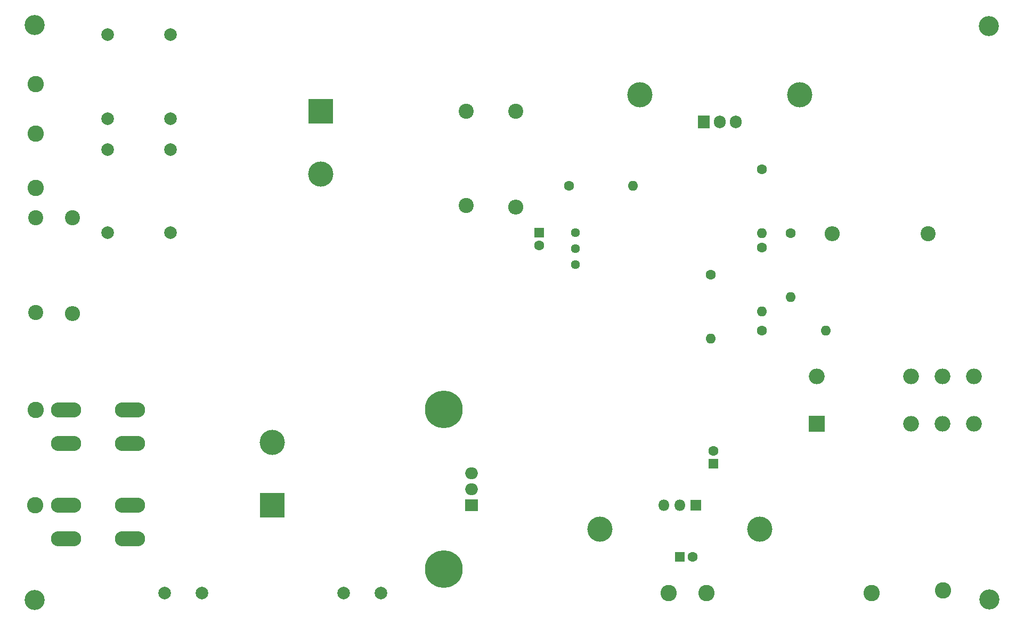
<source format=gbr>
G04 #@! TF.GenerationSoftware,KiCad,Pcbnew,(5.1.10-1-10_14)*
G04 #@! TF.CreationDate,2021-07-20T11:42:14+02:00*
G04 #@! TF.ProjectId,hv-power-supply-v1,68762d70-6f77-4657-922d-737570706c79,rev?*
G04 #@! TF.SameCoordinates,Original*
G04 #@! TF.FileFunction,Soldermask,Bot*
G04 #@! TF.FilePolarity,Negative*
%FSLAX46Y46*%
G04 Gerber Fmt 4.6, Leading zero omitted, Abs format (unit mm)*
G04 Created by KiCad (PCBNEW (5.1.10-1-10_14)) date 2021-07-20 11:42:14*
%MOMM*%
%LPD*%
G01*
G04 APERTURE LIST*
%ADD10C,6.000000*%
%ADD11C,4.000000*%
%ADD12R,4.000000X4.000000*%
%ADD13R,2.000000X1.905000*%
%ADD14O,2.000000X1.905000*%
%ADD15O,2.400000X2.400000*%
%ADD16C,2.400000*%
%ADD17O,4.800600X2.400300*%
%ADD18C,1.600000*%
%ADD19R,1.600000X1.600000*%
%ADD20C,2.000000*%
%ADD21O,1.600000X1.600000*%
%ADD22O,1.905000X2.000000*%
%ADD23R,1.905000X2.000000*%
%ADD24C,2.600000*%
%ADD25C,1.440000*%
%ADD26O,2.500000X2.500000*%
%ADD27R,2.500000X2.500000*%
%ADD28R,1.800000X1.800000*%
%ADD29O,1.800000X1.800000*%
%ADD30C,3.200000*%
G04 APERTURE END LIST*
D10*
X124206000Y-135890000D03*
X124206000Y-110490000D03*
D11*
X96990000Y-115753000D03*
D12*
X96990000Y-125753000D03*
D13*
X128613000Y-125753000D03*
D14*
X128613000Y-123213000D03*
X128613000Y-120673000D03*
D11*
X155410000Y-60475000D03*
X180810000Y-60475000D03*
X149060000Y-129563000D03*
X174460000Y-129563000D03*
D15*
X185991500Y-82550000D03*
D16*
X201231500Y-82550000D03*
D17*
X64224000Y-110640000D03*
X74384000Y-110640000D03*
X74384000Y-131087000D03*
X64224000Y-131087000D03*
X74384000Y-125753000D03*
X64224000Y-125753000D03*
X64224000Y-115974000D03*
X74384000Y-115974000D03*
D18*
X167094000Y-117149000D03*
D19*
X167094000Y-119149000D03*
D15*
X65214500Y-95313500D03*
D16*
X65214500Y-80073500D03*
D20*
X70828000Y-69238000D03*
X80828000Y-69238000D03*
X70828000Y-82446000D03*
X80828000Y-82446000D03*
X70828000Y-64285000D03*
X80828000Y-64285000D03*
X70828000Y-50950000D03*
X80828000Y-50950000D03*
D21*
X166649500Y-99273500D03*
D18*
X166649500Y-89113500D03*
D21*
X154305000Y-74930000D03*
D18*
X144145000Y-74930000D03*
D21*
X174777500Y-82509500D03*
D18*
X174777500Y-72349500D03*
D22*
X170650000Y-64793000D03*
X168110000Y-64793000D03*
D23*
X165570000Y-64793000D03*
D24*
X165951000Y-139723000D03*
X159982000Y-139723000D03*
X59398000Y-110640000D03*
X59271000Y-125753000D03*
X59398000Y-75334000D03*
X59398000Y-66698000D03*
X59398000Y-58824000D03*
D18*
X163760000Y-134008000D03*
D19*
X161760000Y-134008000D03*
D25*
X145186500Y-87526000D03*
X145186500Y-84986000D03*
X145186500Y-82446000D03*
D26*
X183496000Y-105299000D03*
X198496000Y-105299000D03*
X203496000Y-105299000D03*
X208496000Y-105299000D03*
X208496000Y-112799000D03*
X203496000Y-112799000D03*
X198496000Y-112799000D03*
D27*
X183496000Y-112799000D03*
D21*
X179349500Y-92669500D03*
D18*
X179349500Y-82509500D03*
D15*
X135636000Y-78359000D03*
D16*
X135636000Y-63119000D03*
D21*
X184937500Y-98003500D03*
D18*
X174777500Y-98003500D03*
D21*
X174777500Y-94955500D03*
D18*
X174777500Y-84795500D03*
D20*
X108293000Y-139723000D03*
X114262000Y-139723000D03*
X79845000Y-139723000D03*
X85814000Y-139723000D03*
D24*
X192240000Y-139723000D03*
X203543000Y-139342000D03*
D18*
X139382500Y-84423000D03*
D19*
X139382500Y-82423000D03*
D16*
X127762000Y-63119000D03*
X127762000Y-78119000D03*
D11*
X104711500Y-73119000D03*
D12*
X104711500Y-63119000D03*
D16*
X59372500Y-95073500D03*
X59372500Y-80073500D03*
D28*
X164300000Y-125753000D03*
D29*
X161760000Y-125753000D03*
X159220000Y-125753000D03*
D30*
X210947000Y-140716000D03*
X59182000Y-140843000D03*
X210820000Y-49530000D03*
X59182000Y-49403000D03*
M02*

</source>
